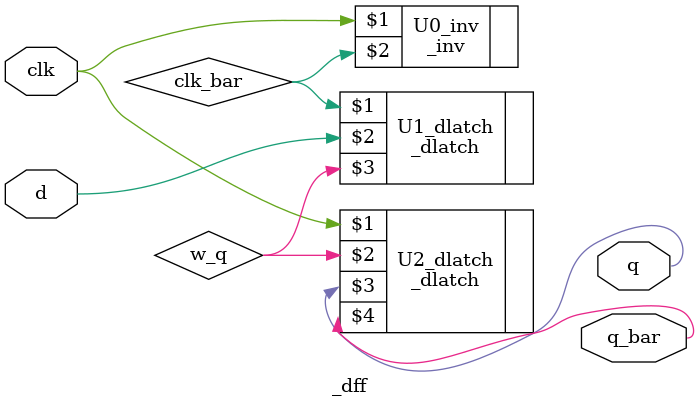
<source format=v>
module _dff(clk,d,q,q_bar);
	input clk, d;
	output q,q_bar;
	wire clk_bar,w_q;
	
	_inv U0_inv(clk,clk_bar);//for rising edge
	_dlatch U1_dlatch(clk_bar,d,w_q);
	_dlatch U2_dlatch(clk,w_q,q,q_bar);
endmodule

</source>
